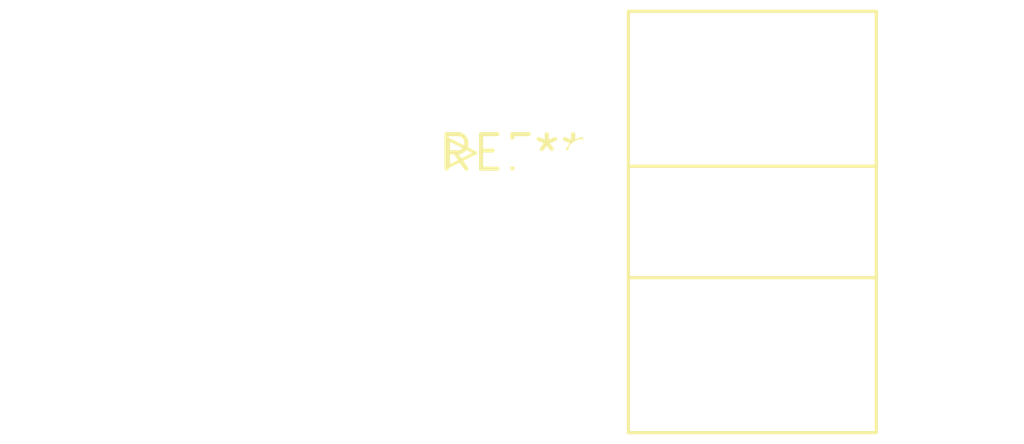
<source format=kicad_pcb>
(kicad_pcb (version 20240108) (generator pcbnew)
  (layers (0 "F.Cu" signal) (31 "B.Cu" signal) (34 "B.Paste" user) (35 "F.Paste" user) (36 "B.SilkS" user "B.Silkscreen") (37 "F.SilkS" user "F.Silkscreen") (38 "B.Mask" user) (39 "F.Mask" user) (44 "Edge.Cuts" user))
  (net 0 "")
  (footprint "IDC-Header_2x03_P2.54mm_Horizontal" (layer "F.Cu") (at 0 0)
    (property "Reference" "REF**")
    (property "Value" "IDC-Header_2x03_P2.54mm_Horizontal")
    (fp_line (start -2.35 -0.5) (end -2.35 0.5) (layer "F.SilkS") (stroke (width 0.12)))
    (fp_line (start -2.35 0.5) (end -1.35 0) (layer "F.SilkS") (stroke (width 0.12)))
    (fp_line (start -1.35 0) (end -2.35 -0.5) (layer "F.SilkS") (stroke (width 0.12)))
    (fp_line (start 4.27 -5.21) (end 13.39 -5.21) (layer "F.SilkS") (stroke (width 0.12)))
    (fp_line (start 4.27 0.49) (end 13.39 0.49) (layer "F.SilkS") (stroke (width 0.12)))
    (fp_line (start 4.27 4.59) (end 13.39 4.59) (layer "F.SilkS") (stroke (width 0.12)))
    (fp_line (start 4.27 10.29) (end 4.27 -5.21) (layer "F.SilkS") (stroke (width 0.12)))
    (fp_line (start 13.39 -5.21) (end 13.39 10.29) (layer "F.SilkS") (stroke (width 0.12)))
    (fp_line (start 13.39 10.29) (end 4.27 10.29) (layer "F.SilkS") (stroke (width 0.12)))
    (pad "1" thru_hole roundrect (at 0 0) (size 1.7 1.7) (drill 1) (layers *.Cu *.Mask) (remove_unused_layers) (roundrect_rratio 0.147059))
    (pad "2" thru_hole circle (at 2.54 0) (size 1.7 1.7) (drill 1) (layers *.Cu *.Mask) (remove_unused_layers))
    (pad "3" thru_hole circle (at 0 2.54) (size 1.7 1.7) (drill 1) (layers *.Cu *.Mask) (remove_unused_layers))
    (pad "4" thru_hole circle (at 2.54 2.54) (size 1.7 1.7) (drill 1) (layers *.Cu *.Mask) (remove_unused_layers))
    (pad "5" thru_hole circle (at 0 5.08) (size 1.7 1.7) (drill 1) (layers *.Cu *.Mask) (remove_unused_layers))
    (pad "6" thru_hole circle (at 2.54 5.08) (size 1.7 1.7) (drill 1) (layers *.Cu *.Mask) (remove_unused_layers))
  )
)
</source>
